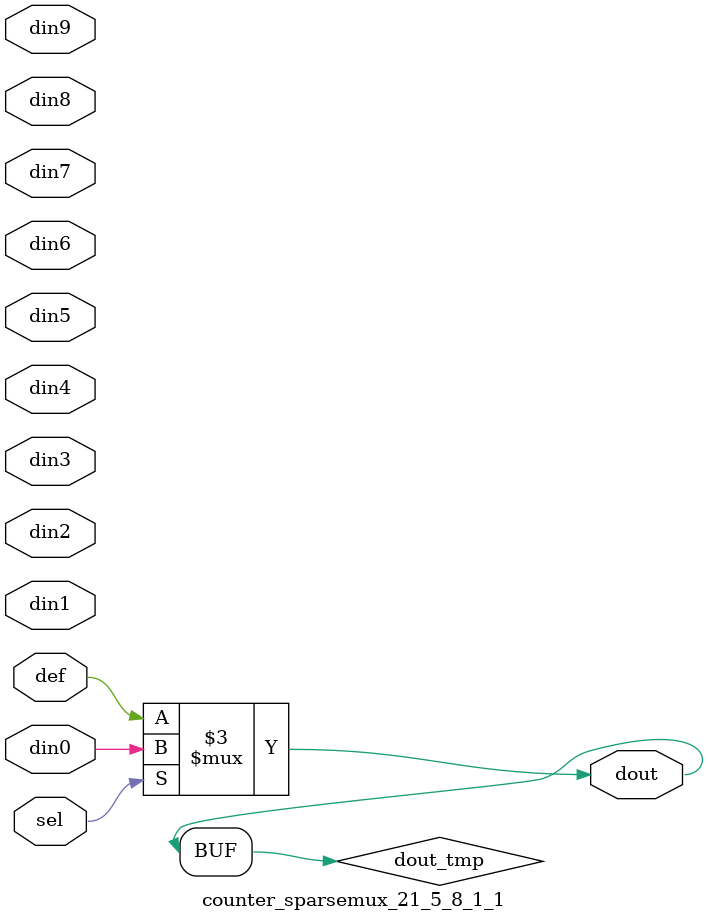
<source format=v>
`timescale 1ns / 1ps

module counter_sparsemux_21_5_8_1_1 (din0,din1,din2,din3,din4,din5,din6,din7,din8,din9,def,sel,dout);

parameter din0_WIDTH = 1;

parameter din1_WIDTH = 1;

parameter din2_WIDTH = 1;

parameter din3_WIDTH = 1;

parameter din4_WIDTH = 1;

parameter din5_WIDTH = 1;

parameter din6_WIDTH = 1;

parameter din7_WIDTH = 1;

parameter din8_WIDTH = 1;

parameter din9_WIDTH = 1;

parameter def_WIDTH = 1;
parameter sel_WIDTH = 1;
parameter dout_WIDTH = 1;

parameter [sel_WIDTH-1:0] CASE0 = 1;

parameter [sel_WIDTH-1:0] CASE1 = 1;

parameter [sel_WIDTH-1:0] CASE2 = 1;

parameter [sel_WIDTH-1:0] CASE3 = 1;

parameter [sel_WIDTH-1:0] CASE4 = 1;

parameter [sel_WIDTH-1:0] CASE5 = 1;

parameter [sel_WIDTH-1:0] CASE6 = 1;

parameter [sel_WIDTH-1:0] CASE7 = 1;

parameter [sel_WIDTH-1:0] CASE8 = 1;

parameter [sel_WIDTH-1:0] CASE9 = 1;

parameter ID = 1;
parameter NUM_STAGE = 1;



input [din0_WIDTH-1:0] din0;

input [din1_WIDTH-1:0] din1;

input [din2_WIDTH-1:0] din2;

input [din3_WIDTH-1:0] din3;

input [din4_WIDTH-1:0] din4;

input [din5_WIDTH-1:0] din5;

input [din6_WIDTH-1:0] din6;

input [din7_WIDTH-1:0] din7;

input [din8_WIDTH-1:0] din8;

input [din9_WIDTH-1:0] din9;

input [def_WIDTH-1:0] def;
input [sel_WIDTH-1:0] sel;

output [dout_WIDTH-1:0] dout;



reg [dout_WIDTH-1:0] dout_tmp;

always @ (*) begin
case (sel)
    
    CASE0 : dout_tmp = din0;
    
    CASE1 : dout_tmp = din1;
    
    CASE2 : dout_tmp = din2;
    
    CASE3 : dout_tmp = din3;
    
    CASE4 : dout_tmp = din4;
    
    CASE5 : dout_tmp = din5;
    
    CASE6 : dout_tmp = din6;
    
    CASE7 : dout_tmp = din7;
    
    CASE8 : dout_tmp = din8;
    
    CASE9 : dout_tmp = din9;
    
    default : dout_tmp = def;
endcase
end


assign dout = dout_tmp;



endmodule

</source>
